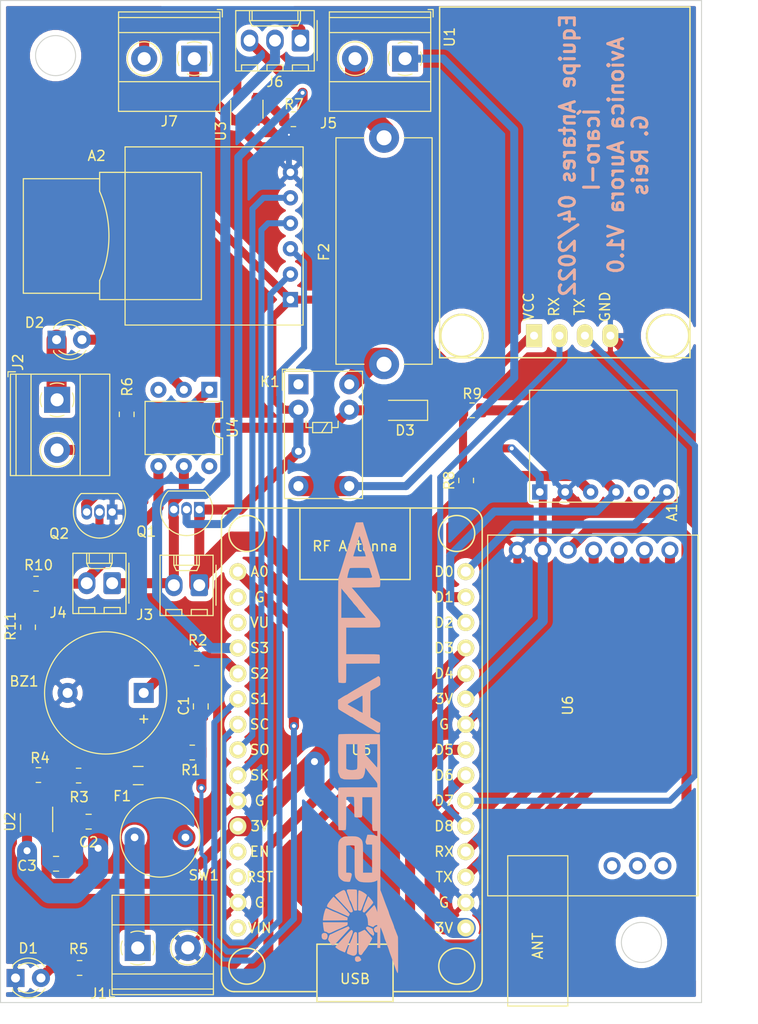
<source format=kicad_pcb>
(kicad_pcb (version 20171130) (host pcbnew 5.1.12-84ad8e8a86~92~ubuntu16.04.1)
  (layers (0 F.Cu signal) (31 B.Cu signal) (34 B.Paste user) (35 F.Paste user) (36 B.SilkS user) (37 F.SilkS user) (38 B.Mask user) (39 F.Mask user) (44 Edge.Cuts user))
  (net 0 "")
  (net 1 VCC)
  (net 2 GND)
  (net 3 /SCL_MASTER)
  (net 4 /SDA_MASTER)
  (net 5 "Net-(A1-Pad5)")
  (net 6 /SD0_BMP280)
  (net 7 /CS)
  (net 8 /MOSI)
  (net 9 /SCLK)
  (net 10 /MISO)
  (net 11 /Vbat)
  (net 12 "Net-(BZ1-Pad1)")
  (net 13 /ADC)
  (net 14 "Net-(C2-Pad1)")
  (net 15 "Net-(D1-Pad2)")
  (net 16 "Net-(D2-Pad2)")
  (net 17 /GND_ISO)
  (net 18 "Net-(D3-Pad2)")
  (net 19 "Net-(F2-Pad1)")
  (net 20 "Net-(F2-Pad2)")
  (net 21 /NiCr_ISO)
  (net 22 "Net-(J4-Pad2)")
  (net 23 /Redundancy_OUT)
  (net 24 /IGN)
  (net 25 /Main_IGN)
  (net 26 /Redundancy_IN)
  (net 27 "Net-(K1-Pad1)")
  (net 28 "Net-(Q1-Pad2)")
  (net 29 "Net-(Q2-Pad2)")
  (net 30 /Buzzer)
  (net 31 "Net-(R3-Pad1)")
  (net 32 /LedAcionamento)
  (net 33 "Net-(R6-Pad1)")
  (net 34 "Net-(R7-Pad2)")
  (net 35 /InputGPS)
  (net 36 /OutputGPS)
  (net 37 "Net-(U2-Pad3)")
  (net 38 "Net-(U4-Pad3)")
  (net 39 "Net-(U4-Pad6)")
  (net 40 "Net-(U5-Pad2)")
  (net 41 "Net-(U5-Pad3)")
  (net 42 "Net-(U5-Pad12)")
  (net 43 "Net-(U5-Pad13)")
  (net 44 "Net-(U5-Pad15)")
  (net 45 /InputLora)
  (net 46 /OutputLora)
  (net 47 /M1Lora)
  (net 48 /M0Lora)
  (net 49 /StatusLora)
  (net 50 "Net-(U6-Pad8)")
  (net 51 "Net-(U6-Pad9)")
  (net 52 "Net-(U6-Pad10)")
  (net 53 "Net-(J3-Pad2)")
  (net 54 "Net-(J5-Pad1)")
  (net 55 "Net-(J1-Pad1)")
  (module Fuse:Fuse_1206_3216Metric_Castellated (layer F.Cu) (at 213.75 127.35)
    (fp_text reference F1 (at -1.6 2.05) (layer F.SilkS))
    (fp_text value Polyfuse_Small)
    (pad 1 smd roundrect (at -1.425 0) (size 1.6 1.65) (layers F.Cu F.Paste F.Mask) (roundrect_rratio 0.15625) (net 14 "Net-(C2-Pad1)"))
    (pad 2 smd roundrect (at 1.425 0) (size 1.6 1.65) (layers F.Cu F.Paste F.Mask) (roundrect_rratio 0.15625) (net 11 /Vbat))
  )
  (module Resistor_SMD:R_0805_2012Metric (layer F.Cu) (at 203.55 108.2)
    (fp_text reference R10 (at 0.25 -1.85) (layer F.SilkS))
    (fp_text value 330)
    (pad 2 smd roundrect (at 0.9125 0) (size 1.025 1.4) (layers F.Cu F.Paste F.Mask) (roundrect_rratio 0.243902) (net 22 "Net-(J4-Pad2)"))
    (pad 1 smd roundrect (at -0.9125 0) (size 1.025 1.4) (layers F.Cu F.Paste F.Mask) (roundrect_rratio 0.243902) (net 29 "Net-(Q2-Pad2)"))
  )
  (module Logos:LogoIcaro (layer B.Cu) (at 235.85 124.55 270)
    (fp_text reference G*** hide)
    (fp_text value LOGO hide)
  )
  (module GPS:GY-NEO6MV2 (layer F.Cu) (at 243.85 85.65 270)
    (fp_text reference U1 (at -32 -1 90) (layer F.SilkS))
    (fp_text value GY-NEO6MV2)
    (fp_text user GND (at -5.08 -16.51 90) (layer F.SilkS))
    (fp_text user VCC (at -5.08 -8.89 90) (layer F.SilkS))
    (fp_text user RX (at -5.08 -11.43 90) (layer F.SilkS))
    (fp_text user TX (at -5.08 -13.97 90) (layer F.SilkS))
    (pad "" np_thru_hole circle (at -2.2 -2.2 270) (size 4.4 4.4) (drill 4) (layers *.Cu *.Mask F.SilkS))
    (pad 4 thru_hole oval (at -2.2 -17.05 270) (size 2.3 1.6) (drill 0.8) (layers *.Cu *.Mask F.SilkS) (net 2 GND))
    (pad "" np_thru_hole circle (at -2.2 -22.8 270) (size 4.4 4.4) (drill 4) (layers *.Cu *.Mask F.SilkS))
    (pad 3 thru_hole oval (at -2.2 -14.51 270) (size 2.3 1.6) (drill 0.8) (layers *.Cu *.Mask F.SilkS) (net 35 /InputGPS))
    (pad 2 thru_hole oval (at -2.2 -11.97 270) (size 2.3 1.6) (drill 0.8) (layers *.Cu *.Mask F.SilkS) (net 36 /OutputGPS))
    (pad 1 thru_hole rect (at -2.2 -9.43 270) (size 2.3 1.6) (drill 0.8) (layers *.Cu *.Mask F.SilkS) (net 1 VCC))
  )
  (module CharlesLabs:BMP280_Module (layer F.Cu) (at 253.85 99.05 90)
    (fp_text reference A1 (at -2.05 13.2 90) (layer F.SilkS))
    (fp_text value BMP280_Module)
    (pad 1 thru_hole rect (at 0 0 90) (size 1.524 1.524) (drill 0.762) (layers *.Cu *.Mask) (net 1 VCC))
    (pad 2 thru_hole circle (at 0 2.54 90) (size 1.524 1.524) (drill 0.762) (layers *.Cu *.Mask) (net 2 GND))
    (pad 3 thru_hole circle (at 0 5.08 90) (size 1.524 1.524) (drill 0.762) (layers *.Cu *.Mask) (net 3 /SCL_MASTER))
    (pad 4 thru_hole circle (at 0 7.62 90) (size 1.524 1.524) (drill 0.762) (layers *.Cu *.Mask) (net 4 /SDA_MASTER))
    (pad 5 thru_hole circle (at 0 10.16 90) (size 1.524 1.524) (drill 0.762) (layers *.Cu *.Mask) (net 5 "Net-(A1-Pad5)"))
    (pad 6 thru_hole circle (at 0 12.7 90) (size 1.524 1.524) (drill 0.762) (layers *.Cu *.Mask) (net 6 /SD0_BMP280))
  )
  (module CharlesLabs:SD_Card_Module (layer F.Cu) (at 228.95 79.85 180)
    (fp_text reference A2 (at 19.35 14.35) (layer F.SilkS))
    (fp_text value SD_Card_Module)
    (pad 1 thru_hole rect (at 0 0 180) (size 1.524 1.524) (drill 0.762) (layers *.Cu *.Mask) (net 1 VCC))
    (pad 2 thru_hole circle (at 0 2.54 180) (size 1.524 1.524) (drill 0.762) (layers *.Cu *.Mask) (net 7 /CS))
    (pad 3 thru_hole circle (at 0 5.08 180) (size 1.524 1.524) (drill 0.762) (layers *.Cu *.Mask) (net 8 /MOSI))
    (pad 4 thru_hole circle (at 0 7.62 180) (size 1.524 1.524) (drill 0.762) (layers *.Cu *.Mask) (net 9 /SCLK))
    (pad 5 thru_hole circle (at 0 10.16 180) (size 1.524 1.524) (drill 0.762) (layers *.Cu *.Mask) (net 10 /MISO))
    (pad 6 thru_hole circle (at 0 12.7 180) (size 1.524 1.524) (drill 0.762) (layers *.Cu *.Mask) (net 2 GND))
  )
  (module Buzzer_Beeper:Buzzer_12x9.5RM7.6 (layer F.Cu) (at 214.3 119.1 180)
    (fp_text reference BZ1 (at 11.95 1.15) (layer F.SilkS))
    (fp_text value Buzzer)
    (fp_text user + (at -0.01 -2.54) (layer F.SilkS))
    (pad 1 thru_hole rect (at 0 0 180) (size 2 2) (drill 1) (layers *.Cu *.Mask) (net 12 "Net-(BZ1-Pad1)"))
    (pad 2 thru_hole circle (at 7.6 0 180) (size 2 2) (drill 1) (layers *.Cu *.Mask) (net 2 GND))
  )
  (module Capacitor_SMD:C_0805_2012Metric (layer F.Cu) (at 220 120.45 90)
    (fp_text reference C1 (at 0.05 -1.7 90) (layer F.SilkS))
    (fp_text value 100n)
    (pad 1 smd roundrect (at -0.95 0 90) (size 1 1.45) (layers F.Cu F.Paste F.Mask) (net 13 /ADC))
    (pad 2 smd roundrect (at 0.95 0 90) (size 1 1.45) (layers F.Cu F.Paste F.Mask) (net 2 GND))
  )
  (module Capacitor_SMD:C_0805_2012Metric (layer F.Cu) (at 208.8 131.95 180)
    (fp_text reference C2 (at 0 -2.05) (layer F.SilkS))
    (fp_text value 10u)
    (pad 1 smd roundrect (at -0.95 0 180) (size 1 1.45) (layers F.Cu F.Paste F.Mask) (net 14 "Net-(C2-Pad1)"))
    (pad 2 smd roundrect (at 0.95 0 180) (size 1 1.45) (layers F.Cu F.Paste F.Mask) (net 2 GND))
  )
  (module Capacitor_SMD:C_0805_2012Metric (layer F.Cu) (at 205.55 136.15)
    (fp_text reference C3 (at -2.9 0.2) (layer F.SilkS))
    (fp_text value 10u)
    (pad 2 smd roundrect (at 0.95 0) (size 1 1.45) (layers F.Cu F.Paste F.Mask) (net 2 GND))
    (pad 1 smd roundrect (at -0.95 0) (size 1 1.45) (layers F.Cu F.Paste F.Mask) (net 1 VCC))
  )
  (module Diode_SMD:D_SOD-123 (layer F.Cu) (at 240.4 90.9 180)
    (fp_text reference D3 (at 0 -2) (layer F.SilkS))
    (fp_text value 1N4148)
    (pad 1 smd rect (at -1.65 0 180) (size 0.9 1.2) (layers F.Cu F.Paste F.Mask) (net 1 VCC))
    (pad 2 smd rect (at 1.65 0 180) (size 0.9 1.2) (layers F.Cu F.Paste F.Mask) (net 18 "Net-(D3-Pad2)"))
  )
  (module Fuse:Fuseholder_Cylinder-5x20mm_Stelvio-Kontek_PTF78_Horizontal_Open (layer F.Cu) (at 238.3 63.7 270)
    (fp_text reference F2 (at 11.4 6 90) (layer F.SilkS))
    (fp_text value Fuse)
    (pad 1 thru_hole circle (at 0 0 270) (size 3 3) (drill 1.5) (layers *.Cu *.Mask) (net 19 "Net-(F2-Pad1)"))
    (pad 2 thru_hole circle (at 22.6 0 270) (size 3 3) (drill 1.5) (layers *.Cu *.Mask) (net 20 "Net-(F2-Pad2)"))
  )
  (module TerminalBlock_Phoenix:TerminalBlock_Phoenix_MKDS-1,5-2_1x02_P5.00mm_Horizontal (layer F.Cu) (at 213.7 144.55)
    (fp_text reference J1 (at -3.9 4.55) (layer F.SilkS))
    (fp_text value Screw_Terminal_01x02)
    (pad 1 thru_hole rect (at 0 0) (size 2.6 2.6) (drill 1.3) (layers *.Cu *.Mask) (net 55 "Net-(J1-Pad1)"))
    (pad 2 thru_hole circle (at 5 0) (size 2.6 2.6) (drill 1.3) (layers *.Cu *.Mask) (net 2 GND))
  )
  (module TerminalBlock_Phoenix:TerminalBlock_Phoenix_MKDS-1,5-2_1x02_P5.00mm_Horizontal (layer F.Cu) (at 205.65 89.85 270)
    (fp_text reference J2 (at -3.75 3.9 90) (layer F.SilkS))
    (fp_text value Screw_Terminal_01x02)
    (pad 1 thru_hole rect (at 0 0 270) (size 2.6 2.6) (drill 1.3) (layers *.Cu *.Mask) (net 17 /GND_ISO))
    (pad 2 thru_hole circle (at 5 0 270) (size 2.6 2.6) (drill 1.3) (layers *.Cu *.Mask) (net 21 /NiCr_ISO))
  )
  (module Connector_Molex:Molex_KK-254_AE-6410-02A_1x02_P2.54mm_Vertical (layer F.Cu) (at 211.15 108.15 180)
    (fp_text reference J4 (at 5.4 -2.95) (layer F.SilkS))
    (fp_text value Header_1x2)
    (pad 1 thru_hole roundrect (at 0 0 180) (size 1.74 2.19) (drill 1.19) (layers *.Cu *.Mask) (roundrect_rratio 0.143678) (net 53 "Net-(J3-Pad2)"))
    (pad 2 thru_hole oval (at 2.54 0 180) (size 1.74 2.19) (drill 1.19) (layers *.Cu *.Mask) (net 22 "Net-(J4-Pad2)"))
  )
  (module Relay_THT:Relay_SPDT_Omron_G5V-1 (layer F.Cu) (at 229.75 88.3)
    (fp_text reference K1 (at -2.85 -0.25) (layer F.SilkS))
    (fp_text value HK4100F-DC3V-SHG)
    (pad 10 thru_hole circle (at 5.08 0) (size 2 2) (drill 1) (layers *.Cu *.Mask) (net 20 "Net-(F2-Pad2)"))
    (pad 9 thru_hole circle (at 5.08 2.54) (size 2 2) (drill 1) (layers *.Cu *.Mask) (net 18 "Net-(D3-Pad2)"))
    (pad 1 thru_hole rect (at 0 0) (size 2 2) (drill 1) (layers *.Cu *.Mask) (net 27 "Net-(K1-Pad1)"))
    (pad 2 thru_hole circle (at 0 2.54) (size 2 2) (drill 1) (layers *.Cu *.Mask) (net 1 VCC))
    (pad 6 thru_hole circle (at 5.08 10.16) (size 2 2) (drill 1) (layers *.Cu *.Mask) (net 54 "Net-(J5-Pad1)"))
    (pad 5 thru_hole circle (at 0 10.16) (size 2 2) (drill 1) (layers *.Cu *.Mask) (net 54 "Net-(J5-Pad1)"))
  )
  (module Package_TO_SOT_THT:TO-92_Inline (layer F.Cu) (at 219.85 100.8 180)
    (fp_text reference Q1 (at 5.3 -2.2) (layer F.SilkS))
    (fp_text value 2N3906)
    (pad 1 thru_hole rect (at 0 0 180) (size 1.05 1.5) (drill 0.75) (layers *.Cu *.Mask) (net 1 VCC))
    (pad 3 thru_hole oval (at 2.54 0 180) (size 1.05 1.5) (drill 0.75) (layers *.Cu *.Mask) (net 53 "Net-(J3-Pad2)"))
    (pad 2 thru_hole oval (at 1.27 0 180) (size 1.05 1.5) (drill 0.75) (layers *.Cu *.Mask) (net 28 "Net-(Q1-Pad2)"))
  )
  (module Package_TO_SOT_THT:TO-92_Inline (layer F.Cu) (at 211.15 101.05 180)
    (fp_text reference Q2 (at 5.3 -2.15) (layer F.SilkS))
    (fp_text value PN2222A)
    (pad 2 thru_hole oval (at 1.27 0 180) (size 1.05 1.5) (drill 0.75) (layers *.Cu *.Mask) (net 29 "Net-(Q2-Pad2)"))
    (pad 3 thru_hole oval (at 2.54 0 180) (size 1.05 1.5) (drill 0.75) (layers *.Cu *.Mask) (net 18 "Net-(D3-Pad2)"))
    (pad 1 thru_hole rect (at 0 0 180) (size 1.05 1.5) (drill 0.75) (layers *.Cu *.Mask) (net 2 GND))
  )
  (module Resistor_SMD:R_0805_2012Metric (layer F.Cu) (at 219.15 125.05 180)
    (fp_text reference R1 (at 0.15 -1.75) (layer F.SilkS))
    (fp_text value 1M)
    (pad 1 smd roundrect (at -0.9125 0 180) (size 1.025 1.4) (layers F.Cu F.Paste F.Mask) (roundrect_rratio 0.243902) (net 13 /ADC))
    (pad 2 smd roundrect (at 0.9125 0 180) (size 1.025 1.4) (layers F.Cu F.Paste F.Mask) (roundrect_rratio 0.243902) (net 11 /Vbat))
  )
  (module Resistor_SMD:R_0805_2012Metric (layer F.Cu) (at 219.6 115.65 180)
    (fp_text reference R2 (at -0.1 1.8) (layer F.SilkS))
    (fp_text value 100)
    (pad 1 smd roundrect (at -0.9125 0 180) (size 1.025 1.4) (layers F.Cu F.Paste F.Mask) (roundrect_rratio 0.243902) (net 30 /Buzzer))
    (pad 2 smd roundrect (at 0.9125 0 180) (size 1.025 1.4) (layers F.Cu F.Paste F.Mask) (roundrect_rratio 0.243902) (net 12 "Net-(BZ1-Pad1)"))
  )
  (module Resistor_SMD:R_0805_2012Metric (layer F.Cu) (at 207.8 127.35)
    (fp_text reference R3 (at 0.05 2.15) (layer F.SilkS))
    (fp_text value 0)
    (pad 1 smd roundrect (at -0.9125 0) (size 1.025 1.4) (layers F.Cu F.Paste F.Mask) (roundrect_rratio 0.243902) (net 31 "Net-(R3-Pad1)"))
    (pad 2 smd roundrect (at 0.9125 0) (size 1.025 1.4) (layers F.Cu F.Paste F.Mask) (roundrect_rratio 0.243902) (net 14 "Net-(C2-Pad1)"))
  )
  (module Resistor_SMD:R_0805_2012Metric (layer F.Cu) (at 203.7875 127.3 180)
    (fp_text reference R4 (at -0.1625 1.7) (layer F.SilkS))
    (fp_text value 1M)
    (pad 2 smd roundrect (at 0.9125 0 180) (size 1.025 1.4) (layers F.Cu F.Paste F.Mask) (roundrect_rratio 0.243902) (net 2 GND))
    (pad 1 smd roundrect (at -0.9125 0 180) (size 1.025 1.4) (layers F.Cu F.Paste F.Mask) (roundrect_rratio 0.243902) (net 31 "Net-(R3-Pad1)"))
  )
  (module Resistor_SMD:R_0805_2012Metric (layer F.Cu) (at 207.9 146.55 180)
    (fp_text reference R5 (at 0.1 1.9) (layer F.SilkS))
    (fp_text value 125)
    (pad 2 smd roundrect (at 0.9125 0 180) (size 1.025 1.4) (layers F.Cu F.Paste F.Mask) (roundrect_rratio 0.243902) (net 15 "Net-(D1-Pad2)"))
    (pad 1 smd roundrect (at -0.9125 0 180) (size 1.025 1.4) (layers F.Cu F.Paste F.Mask) (roundrect_rratio 0.243902) (net 32 /LedAcionamento))
  )
  (module Resistor_SMD:R_0805_2012Metric (layer F.Cu) (at 212.6 91.3 270)
    (fp_text reference R6 (at -2.75 -0.05 90) (layer F.SilkS))
    (fp_text value 75)
    (pad 1 smd roundrect (at -0.9125 0 270) (size 1.025 1.4) (layers F.Cu F.Paste F.Mask) (roundrect_rratio 0.243902) (net 33 "Net-(R6-Pad1)"))
    (pad 2 smd roundrect (at 0.9125 0 270) (size 1.025 1.4) (layers F.Cu F.Paste F.Mask) (roundrect_rratio 0.243902) (net 21 /NiCr_ISO))
  )
  (module Resistor_SMD:R_0805_2012Metric (layer F.Cu) (at 229.25 61.85 180)
    (fp_text reference R7 (at -0.05 1.5) (layer F.SilkS))
    (fp_text value 3.3K)
    (pad 1 smd roundrect (at -0.9125 0 180) (size 1.025 1.4) (layers F.Cu F.Paste F.Mask) (roundrect_rratio 0.243902) (net 28 "Net-(Q1-Pad2)"))
    (pad 2 smd roundrect (at 0.9125 0 180) (size 1.025 1.4) (layers F.Cu F.Paste F.Mask) (roundrect_rratio 0.243902) (net 34 "Net-(R7-Pad2)"))
  )
  (module Resistor_SMD:R_0805_2012Metric (layer F.Cu) (at 246.5 97.9 270)
    (fp_text reference R8 (at 0 1.7 90) (layer F.SilkS))
    (fp_text value 4.7K)
    (pad 2 smd roundrect (at 0.9125 0 270) (size 1.025 1.4) (layers F.Cu F.Paste F.Mask) (roundrect_rratio 0.243902) (net 3 /SCL_MASTER))
    (pad 1 smd roundrect (at -0.9125 0 270) (size 1.025 1.4) (layers F.Cu F.Paste F.Mask) (roundrect_rratio 0.243902) (net 1 VCC))
  )
  (module Resistor_SMD:R_0805_2012Metric (layer F.Cu) (at 247.1 90.9)
    (fp_text reference R9 (at 0 -1.65) (layer F.SilkS))
    (fp_text value 4.7K)
    (pad 1 smd roundrect (at -0.9125 0) (size 1.025 1.4) (layers F.Cu F.Paste F.Mask) (roundrect_rratio 0.243902) (net 1 VCC))
    (pad 2 smd roundrect (at 0.9125 0) (size 1.025 1.4) (layers F.Cu F.Paste F.Mask) (roundrect_rratio 0.243902) (net 4 /SDA_MASTER))
  )
  (module Resistor_SMD:R_0805_2012Metric (layer F.Cu) (at 202.75 112.55 270)
    (fp_text reference R11 (at -0.1 1.75 90) (layer F.SilkS))
    (fp_text value 10K)
    (pad 2 smd roundrect (at 0.9125 0 270) (size 1.025 1.4) (layers F.Cu F.Paste F.Mask) (roundrect_rratio 0.243902) (net 2 GND))
    (pad 1 smd roundrect (at -0.9125 0 270) (size 1.025 1.4) (layers F.Cu F.Paste F.Mask) (roundrect_rratio 0.243902) (net 29 "Net-(Q2-Pad2)"))
  )
  (module Package_TO_SOT_SMD:SOT-23-5 (layer F.Cu) (at 203.6 132.05 270)
    (fp_text reference U2 (at -0.1 2.65 90) (layer F.SilkS))
    (fp_text value ME6217C33M5G)
    (pad 1 smd rect (at -1.1 -0.95 270) (size 1.06 0.65) (layers F.Cu F.Paste F.Mask) (net 31 "Net-(R3-Pad1)"))
    (pad 2 smd rect (at -1.1 0 270) (size 1.06 0.65) (layers F.Cu F.Paste F.Mask) (net 2 GND))
    (pad 3 smd rect (at -1.1 0.95 270) (size 1.06 0.65) (layers F.Cu F.Paste F.Mask) (net 37 "Net-(U2-Pad3)"))
    (pad 4 smd rect (at 1.1 0.95 270) (size 1.06 0.65) (layers F.Cu F.Paste F.Mask) (net 14 "Net-(C2-Pad1)"))
    (pad 5 smd rect (at 1.1 -0.95 270) (size 1.06 0.65) (layers F.Cu F.Paste F.Mask) (net 1 VCC))
  )
  (module Package_TO_SOT_SMD:SOT-23-5 (layer F.Cu) (at 224.6 60.85 90)
    (fp_text reference U3 (at -2.2 -2.6 90) (layer F.SilkS))
    (fp_text value 74AHC1G02)
    (pad 5 smd rect (at 1.1 -0.95 90) (size 1.06 0.65) (layers F.Cu F.Paste F.Mask) (net 1 VCC))
    (pad 4 smd rect (at 1.1 0.95 90) (size 1.06 0.65) (layers F.Cu F.Paste F.Mask) (net 34 "Net-(R7-Pad2)"))
    (pad 3 smd rect (at -1.1 0.95 90) (size 1.06 0.65) (layers F.Cu F.Paste F.Mask) (net 2 GND))
    (pad 2 smd rect (at -1.1 0 90) (size 1.06 0.65) (layers F.Cu F.Paste F.Mask) (net 25 /Main_IGN))
    (pad 1 smd rect (at -1.1 -0.95 90) (size 1.06 0.65) (layers F.Cu F.Paste F.Mask) (net 26 /Redundancy_IN))
  )
  (module Package_DIP:DIP-6_W7.62mm (layer F.Cu) (at 220.85 88.85 270)
    (fp_text reference U4 (at 3.81 -2.33 90) (layer F.SilkS))
    (fp_text value 4N32M)
    (pad 1 thru_hole rect (at 0 0 270) (size 1.6 1.6) (drill 0.8) (layers *.Cu *.Mask) (net 33 "Net-(R6-Pad1)"))
    (pad 4 thru_hole oval (at 7.62 5.08 270) (size 1.6 1.6) (drill 0.8) (layers *.Cu *.Mask) (net 22 "Net-(J4-Pad2)"))
    (pad 2 thru_hole oval (at 0 2.54 270) (size 1.6 1.6) (drill 0.8) (layers *.Cu *.Mask) (net 16 "Net-(D2-Pad2)"))
    (pad 5 thru_hole oval (at 7.62 2.54 270) (size 1.6 1.6) (drill 0.8) (layers *.Cu *.Mask) (net 53 "Net-(J3-Pad2)"))
    (pad 3 thru_hole oval (at 0 5.08 270) (size 1.6 1.6) (drill 0.8) (layers *.Cu *.Mask) (net 38 "Net-(U4-Pad3)"))
    (pad 6 thru_hole oval (at 7.62 0 270) (size 1.6 1.6) (drill 0.8) (layers *.Cu *.Mask) (net 39 "Net-(U4-Pad6)"))
  )
  (module ESP8266:ESP12F-Devkit-V3 (layer F.Cu) (at 235.4 126.05)
    (fp_text reference U5 (at 0.635 -1.27) (layer F.SilkS))
    (fp_text value "NodeMCU1.0(ESP-12E)")
    (fp_text user USB (at 0 21.59) (layer F.SilkS))
    (fp_text user "RF Antenna" (at 0 -21.59) (layer F.SilkS))
    (fp_text user VIN (at -9.525 16.51) (layer F.SilkS))
    (fp_text user G (at -9.525 13.97) (layer F.SilkS))
    (fp_text user RST (at -9.525 11.43) (layer F.SilkS))
    (fp_text user EN (at -9.525 8.89) (layer F.SilkS))
    (fp_text user 3V (at -9.525 6.35) (layer F.SilkS))
    (fp_text user G (at -9.525 3.81) (layer F.SilkS))
    (fp_text user SK (at -9.525 1.27) (layer F.SilkS))
    (fp_text user SO (at -9.525 -1.27) (layer F.SilkS))
    (fp_text user SC (at -9.525 -3.81) (layer F.SilkS))
    (fp_text user S1 (at -9.525 -6.35) (layer F.SilkS))
    (fp_text user S2 (at -9.525 -8.89) (layer F.SilkS))
    (fp_text user S3 (at -9.525 -11.43) (layer F.SilkS))
    (fp_text user VU (at -9.525 -13.97) (layer F.SilkS))
    (fp_text user G (at -9.525 -16.51) (layer F.SilkS))
    (fp_text user A0 (at -9.525 -19.05) (layer F.SilkS))
    (fp_text user 3V (at 8.89 16.51) (layer F.SilkS))
    (fp_text user G (at 8.89 13.97) (layer F.SilkS))
    (fp_text user TX (at 8.89 11.43) (layer F.SilkS))
    (fp_text user RX (at 8.89 8.89) (layer F.SilkS))
    (fp_text user D8 (at 8.89 6.35) (layer F.SilkS))
    (fp_text user D7 (at 8.89 3.81) (layer F.SilkS))
    (fp_text user D6 (at 8.89 1.27) (layer F.SilkS))
    (fp_text user D5 (at 8.89 -1.27) (layer F.SilkS))
    (fp_text user G (at 8.89 -3.81) (layer F.SilkS))
    (fp_text user 3V (at 8.89 -6.35) (layer F.SilkS))
    (fp_text user D4 (at 8.89 -8.89) (layer F.SilkS))
    (fp_text user D3 (at 8.89 -11.43) (layer F.SilkS))
    (fp_text user D2 (at 8.89 -13.97) (layer F.SilkS))
    (fp_text user D1 (at 8.89 -16.51) (layer F.SilkS))
    (fp_text user D0 (at 8.89 -19.05) (layer F.SilkS))
    (pad 1 thru_hole circle (at -11.695 -19.05) (size 1.7 1.7) (drill 1) (layers *.Cu *.Mask F.SilkS) (net 13 /ADC))
    (pad 2 thru_hole circle (at -11.695 -16.51) (size 1.7 1.7) (drill 1) (layers *.Cu *.Mask F.SilkS) (net 40 "Net-(U5-Pad2)"))
    (pad 3 thru_hole circle (at -11.695 -13.97) (size 1.7 1.7) (drill 1) (layers *.Cu *.Mask F.SilkS) (net 41 "Net-(U5-Pad3)"))
    (pad 4 thru_hole circle (at -11.695 -11.43) (size 1.7 1.7) (drill 1) (layers *.Cu *.Mask F.SilkS) (net 24 /IGN))
    (pad 5 thru_hole circle (at -11.695 -8.89) (size 1.7 1.7) (drill 1) (layers *.Cu *.Mask F.SilkS) (net 30 /Buzzer))
    (pad 6 thru_hole circle (at -11.695 -6.35) (size 1.7 1.7) (drill 1) (layers *.Cu *.Mask F.SilkS) (net 8 /MOSI))
    (pad 7 thru_hole circle (at -11.695 -3.81) (size 1.7 1.7) (drill 1) (layers *.Cu *.Mask F.SilkS) (net 7 /CS))
    (pad 8 thru_hole circle (at -11.695 -1.27) (size 1.7 1.7) (drill 1) (layers *.Cu *.Mask F.SilkS) (net 10 /MISO))
    (pad 9 thru_hole circle (at -11.695 1.27) (size 1.7 1.7) (drill 1) (layers *.Cu *.Mask F.SilkS) (net 9 /SCLK))
    (pad 10 thru_hole circle (at -11.695 3.81) (size 1.7 1.7) (drill 1) (layers *.Cu *.Mask F.SilkS) (net 2 GND))
    (pad 11 thru_hole circle (at -11.695 6.35) (size 1.7 1.7) (drill 1) (layers *.Cu *.Mask F.SilkS) (net 1 VCC))
    (pad 12 thru_hole circle (at -11.695 8.89) (size 1.7 1.7) (drill 1) (layers *.Cu *.Mask F.SilkS) (net 42 "Net-(U5-Pad12)"))
    (pad 13 thru_hole circle (at -11.695 11.43) (size 1.7 1.7) (drill 1) (layers *.Cu *.Mask F.SilkS) (net 43 "Net-(U5-Pad13)"))
    (pad 14 thru_hole circle (at -11.695 13.97) (size 1.7 1.7) (drill 1) (layers *.Cu *.Mask F.SilkS) (net 2 GND))
    (pad 15 thru_hole circle (at -11.695 16.51) (size 1.7 1.7) (drill 1) (layers *.Cu *.Mask F.SilkS) (net 44 "Net-(U5-Pad15)"))
    (pad 16 thru_hole circle (at 11.06 16.51) (size 1.7 1.7) (drill 1) (layers *.Cu *.Mask F.SilkS) (net 1 VCC))
    (pad 17 thru_hole circle (at 11.06 13.97) (size 1.7 1.7) (drill 1) (layers *.Cu *.Mask F.SilkS) (net 2 GND))
    (pad 18 thru_hole circle (at 11.06 11.43) (size 1.7 1.7) (drill 1) (layers *.Cu *.Mask F.SilkS) (net 45 /InputLora))
    (pad 19 thru_hole circle (at 11.06 8.89) (size 1.7 1.7) (drill 1) (layers *.Cu *.Mask F.SilkS) (net 46 /OutputLora))
    (pad 20 thru_hole circle (at 11.06 6.35) (size 1.7 1.7) (drill 1) (layers *.Cu *.Mask F.SilkS) (net 36 /OutputGPS))
    (pad 21 thru_hole circle (at 11.06 3.81) (size 1.7 1.7) (drill 1) (layers *.Cu *.Mask F.SilkS) (net 35 /InputGPS))
    (pad 22 thru_hole circle (at 11.06 1.27) (size 1.7 1.7) (drill 1) (layers *.Cu *.Mask F.SilkS) (net 47 /M1Lora))
    (pad 23 thru_hole circle (at 11.06 -1.27) (size 1.7 1.7) (drill 1) (layers *.Cu *.Mask F.SilkS) (net 48 /M0Lora))
    (pad 24 thru_hole circle (at 11.06 -3.81) (size 1.7 1.7) (drill 1) (layers *.Cu *.Mask F.SilkS) (net 2 GND))
    (pad 25 thru_hole circle (at 11.06 -6.35) (size 1.7 1.7) (drill 1) (layers *.Cu *.Mask F.SilkS) (net 1 VCC))
    (pad 26 thru_hole circle (at 11.06 -8.89) (size 1.7 1.7) (drill 1) (layers *.Cu *.Mask F.SilkS) (net 49 /StatusLora))
    (pad 27 thru_hole circle (at 11.06 -11.43) (size 1.7 1.7) (drill 1) (layers *.Cu *.Mask F.SilkS) (net 32 /LedAcionamento))
    (pad 28 thru_hole circle (at 11.06 -13.97) (size 1.7 1.7) (drill 1) (layers *.Cu *.Mask F.SilkS) (net 4 /SDA_MASTER))
    (pad 29 thru_hole circle (at 11.06 -16.51) (size 1.7 1.7) (drill 1) (layers *.Cu *.Mask F.SilkS) (net 3 /SCL_MASTER))
    (pad 30 thru_hole circle (at 11.06 -19.05) (size 1.7 1.7) (drill 1) (layers *.Cu *.Mask F.SilkS) (net 6 /SD0_BMP280))
  )
  (module LoRA:E32-xxxT20D (layer F.Cu) (at 269.65 103.35 270)
    (fp_text reference U6 (at 17 13 90) (layer F.SilkS))
    (fp_text value E32-915T20D)
    (fp_text user ANT (at 41 16 90) (layer F.SilkS))
    (pad 1 thru_hole circle (at 1.5 2.8 270) (size 1.7 1.7) (drill 1) (layers *.Cu *.Mask) (net 48 /M0Lora))
    (pad 2 thru_hole circle (at 1.5 5.34 270) (size 1.7 1.7) (drill 1) (layers *.Cu *.Mask) (net 47 /M1Lora))
    (pad 3 thru_hole circle (at 1.5 7.88 270) (size 1.7 1.7) (drill 1) (layers *.Cu *.Mask) (net 45 /InputLora))
    (pad 4 thru_hole circle (at 1.5 10.42 270) (size 1.7 1.7) (drill 1) (layers *.Cu *.Mask) (net 46 /OutputLora))
    (pad 5 thru_hole circle (at 1.5 12.96 270) (size 1.7 1.7) (drill 1) (layers *.Cu *.Mask) (net 49 /StatusLora))
    (pad 6 thru_hole circle (at 1.5 15.5 270) (size 1.7 1.7) (drill 1) (layers *.Cu *.Mask) (net 1 VCC))
    (pad 7 thru_hole circle (at 1.5 18.04 270) (size 1.7 1.7) (drill 1) (layers *.Cu *.Mask) (net 2 GND))
    (pad 8 thru_hole circle (at 33 8.58 270) (size 1.7 1.7) (drill 1) (layers *.Cu *.Mask) (net 50 "Net-(U6-Pad8)"))
    (pad 9 thru_hole circle (at 33 6.04 270) (size 1.7 1.7) (drill 1) (layers *.Cu *.Mask) (net 51 "Net-(U6-Pad9)"))
    (pad 10 thru_hole circle (at 33 3.5 270) (size 1.7 1.7) (drill 1) (layers *.Cu *.Mask) (net 52 "Net-(U6-Pad10)"))
  )
  (module LED_THT:LED_D3.0mm (layer F.Cu) (at 201.5 147.55)
    (fp_text reference D1 (at 1.27 -2.96) (layer F.SilkS))
    (fp_text value Green)
    (pad 1 thru_hole rect (at 0 0) (size 1.8 1.8) (drill 0.9) (layers *.Cu *.Mask) (net 2 GND))
    (pad 2 thru_hole circle (at 2.54 0) (size 1.8 1.8) (drill 0.9) (layers *.Cu *.Mask) (net 15 "Net-(D1-Pad2)"))
  )
  (module LED_THT:LED_D3.0mm (layer F.Cu) (at 205.6 83.85)
    (fp_text reference D2 (at -2.2 -1.7) (layer F.SilkS))
    (fp_text value Red)
    (pad 2 thru_hole circle (at 2.54 0) (size 1.8 1.8) (drill 0.9) (layers *.Cu *.Mask) (net 16 "Net-(D2-Pad2)"))
    (pad 1 thru_hole rect (at 0 0) (size 1.8 1.8) (drill 0.9) (layers *.Cu *.Mask) (net 17 /GND_ISO))
  )
  (module Connector_Molex:Molex_KK-254_AE-6410-02A_1x02_P2.54mm_Vertical (layer F.Cu) (at 219.85 108.35 180)
    (fp_text reference J3 (at 5.45 -2.95) (layer F.SilkS))
    (fp_text value Header_1x2)
    (pad 1 thru_hole roundrect (at 0 0 180) (size 1.74 2.19) (drill 1.19) (layers *.Cu *.Mask) (roundrect_rratio 0.143678) (net 1 VCC))
    (pad 2 thru_hole oval (at 2.54 0 180) (size 1.74 2.19) (drill 1.19) (layers *.Cu *.Mask) (net 53 "Net-(J3-Pad2)"))
  )
  (module TerminalBlock_Phoenix:TerminalBlock_Phoenix_MKDS-1,5-2_1x02_P5.00mm_Horizontal (layer F.Cu) (at 240.4 55.8 180)
    (fp_text reference J5 (at 7.65 -6.45) (layer F.SilkS))
    (fp_text value Screw_Terminal_01x02)
    (pad 2 thru_hole circle (at 5 0 180) (size 2.6 2.6) (drill 1.3) (layers *.Cu *.Mask) (net 19 "Net-(F2-Pad1)"))
    (pad 1 thru_hole rect (at 0 0 180) (size 2.6 2.6) (drill 1.3) (layers *.Cu *.Mask) (net 54 "Net-(J5-Pad1)"))
  )
  (module Connector_Molex:Molex_KK-254_AE-6410-03A_1x03_P2.54mm_Vertical (layer F.Cu) (at 229.95 54 180)
    (fp_text reference J6 (at 2.54 -4.12) (layer F.SilkS))
    (fp_text value Conn_01x03_Male)
    (pad 1 thru_hole roundrect (at 0 0 180) (size 1.74 2.19) (drill 1.19) (layers *.Cu *.Mask) (roundrect_rratio 0.143678) (net 23 /Redundancy_OUT))
    (pad 2 thru_hole oval (at 2.54 0 180) (size 1.74 2.19) (drill 1.19) (layers *.Cu *.Mask) (net 24 /IGN))
    (pad 3 thru_hole oval (at 5.08 0 180) (size 1.74 2.19) (drill 1.19) (layers *.Cu *.Mask) (net 25 /Main_IGN))
  )
  (module TerminalBlock_Phoenix:TerminalBlock_Phoenix_MKDS-1,5-2_1x02_P5.00mm_Horizontal (layer F.Cu) (at 219.35 55.8 180)
    (fp_text reference J7 (at 2.5 -6.26) (layer F.SilkS))
    (fp_text value Screw_Terminal_01x02)
    (pad 1 thru_hole rect (at 0 0 180) (size 2.6 2.6) (drill 1.3) (layers *.Cu *.Mask) (net 26 /Redundancy_IN))
    (pad 2 thru_hole circle (at 5 0 180) (size 2.6 2.6) (drill 1.3) (layers *.Cu *.Mask) (net 23 /Redundancy_OUT))
  )
  (module Icaro:Screw_Switch (layer F.Cu) (at 215.85 139.05 180)
    (fp_text reference SW1 (at -4.45 1.75) (layer F.SilkS))
    (fp_text value SW_SPST)
    (pad 1 thru_hole circle (at -2.62 5.53 180) (size 1.524 1.524) (drill 0.762) (layers *.Cu *.Mask) (net 11 /Vbat))
    (pad 2 thru_hole circle (at 2.46 5.53 180) (size 1.524 1.524) (drill 0.762) (layers *.Cu *.Mask) (net 55 "Net-(J1-Pad1)"))
  )
  (gr_text "Equipe Antares 04/2022\nÍcaro-I \nAvionica Aurora V1.0\nG. Reis" (at 260.25 65.45 90) (layer B.SilkS) (effects (font (size 1.5 1.5) (thickness 0.3)) (justify mirror)))
  (gr_circle (center 205.5 55.5) (end 207.5 55.5) (layer Edge.Cuts) (width 0.1))
  (gr_circle (center 264 144) (end 266 144) (layer Edge.Cuts) (width 0.1))
  (gr_line (start 200 150) (end 200 50) (layer Edge.Cuts) (width 0.1))
  (gr_line (start 270 150) (end 200 150) (layer Edge.Cuts) (width 0.1))
  (gr_line (start 270 50) (end 270 150) (layer Edge.Cuts) (width 0.1))
  (gr_line (start 200 50) (end 270 50) (layer Edge.Cuts) (width 0.1))
  (segment (start 219.85 101.628847) (end 219.90501 101.573837) (width 1) (layer F.Cu) (net 1))
  (segment (start 219.90501 101.573837) (end 219.90501 100.8) (width 1) (layer F.Cu) (net 1))
  (segment (start 219.85 108.35) (end 219.85 101.628847) (width 1) (layer F.Cu) (net 1))
  (segment (start 254.15 99.35) (end 253.85 99.05) (width 0.8) (layer F.Cu) (net 1))
  (segment (start 254.15 104.85) (end 254.15 99.35) (width 0.8) (layer F.Cu) (net 1))
  (segment (start 246.1875 90.2) (end 253.4375 82.95) (width 0.8) (layer F.Cu) (net 1))
  (segment (start 246.1875 90.9) (end 246.1875 90.2) (width 0.8) (layer F.Cu) (net 1))
  (segment (start 246.1875 96.675) (end 246.5 96.9875) (width 0.8) (layer F.Cu) (net 1))
  (segment (start 246.1875 90.9) (end 246.1875 96.675) (width 0.8) (layer F.Cu) (net 1))
  (segment (start 242.05 90.9) (end 246.1875 90.9) (width 0.8) (layer F.Cu) (net 1))
  (segment (start 246.1875 90.9) (end 246.1875 87.7875) (width 0.8) (layer F.Cu) (net 1))
  (segment (start 238.25 79.85) (end 228.95 79.85) (width 0.8) (layer F.Cu) (net 1))
  (segment (start 246.1875 87.7875) (end 238.25 79.85) (width 0.8) (layer F.Cu) (net 1))
  (segment (start 228.95 79.85) (end 227.15 81.65) (width 0.8) (layer F.Cu) (net 1))
  (segment (start 227.15 89.654213) (end 228.335787 90.84) (width 0.8) (layer F.Cu) (net 1))
  (segment (start 228.335787 90.84) (end 229.75 90.84) (width 0.8) (layer F.Cu) (net 1))
  (segment (start 227.15 81.65) (end 227.15 89.654213) (width 0.8) (layer F.Cu) (net 1))
  (segment (start 223.65 59.75) (end 223.65 55.85) (width 0.8) (layer F.Cu) (net 1))
  (segment (start 223.65 55.85) (end 221.1 53.3) (width 0.8) (layer F.Cu) (net 1))
  (segment (start 221.1 53.3) (end 217.75 53.3) (width 0.8) (layer F.Cu) (net 1))
  (segment (start 217.75 53.3) (end 216.9 54.15) (width 0.8) (layer F.Cu) (net 1))
  (segment (start 216.9 67.8) (end 228.95 79.85) (width 0.8) (layer F.Cu) (net 1))
  (segment (start 216.9 54.15) (end 216.9 67.8) (width 0.8) (layer F.Cu) (net 1))
  (segment (start 253.85 99.05) (end 253.85 98.75) (width 1) (layer F.Cu) (net 1))
  (segment (start 246.46 119.602002) (end 246.46 119.7) (width 1) (layer B.Cu) (net 1))
  (segment (start 254.15 111.912002) (end 246.46 119.602002) (width 1) (layer B.Cu) (net 1))
  (segment (start 254.15 104.85) (end 254.15 111.912002) (width 1) (layer B.Cu) (net 1))
  (segment (start 253.85 99.05) (end 253.85 97.5) (width 0.8) (layer B.Cu) (net 1))
  (segment (start 253.85 97.5) (end 251.05 94.7) (width 0.8) (layer B.Cu) (net 1))
  (segment (start 251.05 94.7) (end 251.05 94.7) (width 0.8) (layer B.Cu) (net 1))
  (via (at 251.05 94.7) (size 0.8) (drill 0.4) (layers F.Cu B.Cu) (net 1))
  (segment (start 248.7875 94.7) (end 251.05 94.7) (width 0.8) (layer F.Cu) (net 1))
  (segment (start 246.5 96.9875) (end 248.7875 94.7) (width 0.8) (layer F.Cu) (net 1))
  (segment (start 229.75 90.84) (end 229.75 95) (width 1) (layer B.Cu) (net 1))
  (segment (start 229.75 95) (end 229.75 95) (width 1) (layer B.Cu) (net 1))
  (via (at 229.75 95) (size 1.4) (drill 0.7) (layers F.Cu B.Cu) (net 1))
  (segment (start 223.95 100.8) (end 219.90501 100.8) (width 1) (layer F.Cu) (net 1))
  (segment (start 229.75 95) (end 223.95 100.8) (width 1) (layer F.Cu) (net 1))
  (segment (start 204.6 136.15) (end 204.6 137.75) (width 1) (layer F.Cu) (net 1))
  (segment (start 204.6 137.75) (end 205 138.15) (width 1) (layer F.Cu) (net 1))
  (segment (start 217.955 138.15) (end 223.705 132.4) (width 1) (layer F.Cu) (net 1))
  (segment (start 205 138.15) (end 217.955 138.15) (width 1) (layer F.Cu) (net 1))
  (segment (start 204.55 136.1) (end 204.6 136.15) (width 1) (layer F.Cu) (net 1))
  (segment (start 204.55 133.15) (end 204.55 136.1) (width 1) (layer F.Cu) (net 1))
  (segment (start 219.85 107.255) (end 223.105 104) (width 2) (layer F.Cu) (net 1))
  (segment (start 219.85 108.35) (end 219.85 107.255) (width 2) (layer F.Cu) (net 1))
  (segment (start 223.105 104) (end 226.45 104) (width 2) (layer F.Cu) (net 1))
  (segment (start 226.45 104) (end 233 110.55) (width 2) (layer F.Cu) (net 1))
  (segment (start 233 124.307081) (end 231.353541 125.953541) (width 2) (layer F.Cu) (net 1))
  (segment (start 224.907081 132.4) (end 223.705 132.4) (width 2) (layer F.Cu) (net 1))
  (segment (start 233 110.55) (end 233 124.307081) (width 2) (layer F.Cu) (net 1))
  (segment (start 231.353541 125.953541) (end 224.907081 132.4) (width 2) (layer F.Cu) (net 1))
  (via (at 231.353541 125.953541) (size 1.4) (drill 0.7) (layers F.Cu B.Cu) (net 1))
  (segment (start 245.257919 142.56) (end 246.46 142.56) (width 2) (layer B.Cu) (net 1))
  (segment (start 231.353541 128.655622) (end 245.257919 142.56) (width 2) (layer B.Cu) (net 1))
  (segment (start 231.353541 125.953541) (end 231.353541 128.655622) (width 2) (layer B.Cu) (net 1))
  (via (at 228.8 63.4) (size 0.4) (drill 0.2) (layers F.Cu B.Cu) (net 2))
  (segment (start 251.61 117.09) (end 246.46 122.24) (width 0.8) (layer F.Cu) (net 2))
  (segment (start 251.61 104.85) (end 251.61 117.09) (width 0.8) (layer F.Cu) (net 2))
  (segment (start 225.55 61.95) (end 226.25 61.95) (width 0.6) (layer F.Cu) (net 2))
  (segment (start 226.25 61.95) (end 227.7 63.4) (width 0.6) (layer F.Cu) (net 2))
  (segment (start 227.7 63.4) (end 228.8 63.4) (width 0.6) (layer F.Cu) (net 2))
  (segment (start 228.8 67) (end 228.95 67.15) (width 0.6) (layer B.Cu) (net 2))
  (segment (start 228.8 63.4) (end 228.8 67) (width 0.6) (layer B.Cu) (net 2))
  (segment (start 268.45 91) (end 260.9 83.45) (width 1) (layer F.Cu) (net 2))
  (segment (start 256.39 99.05) (end 257.952001 100.612001) (width 1) (layer F.Cu) (net 2))
  (segment (start 268.45 99.461762) (end 268.45 91) (width 1) (layer F.Cu) (net 2))
  (segment (start 257.952001 100.612001) (end 267.299761 100.612001) (width 1) (layer F.Cu) (net 2))
  (segment (start 267.299761 100.612001) (end 268.45 99.461762) (width 1) (layer F.Cu) (net 2))
  (segment (start 203.6 128.025) (end 202.875 127.3) (width 0.4) (layer F.Cu) (net 2))
  (segment (start 203.6 130.95) (end 203.6 128.025) (width 0.4) (layer F.Cu) (net 2))
  (segment (start 246.46 109.54) (end 244.49 109.54) (width 1) (layer F.Cu) (net 3))
  (segment (start 244.49 109.54) (end 243.5 108.55) (width 1) (layer F.Cu) (net 3))
  (segment (start 243.5 101.8125) (end 246.5 98.8125) (width 1) (layer F.Cu) (net 3))
  (segment (start 243.5 108.55) (end 243.5 101.8125) (width 1) (layer F.Cu) (net 3))
  (segment (start 246.5 98.8125) (end 247.4875 98.8125) (width 1) (layer F.Cu) (net 3))
  (segment (start 257.32999 97.44999) (end 258.93 99.05) (width 1) (layer F.Cu) (net 3))
  (segment (start 248.85001 97.44999) (end 257.32999 97.44999) (width 1) (layer F.Cu) (net 3))
  (segment (start 247.4875 98.8125) (end 248.85001 97.44999) (width 1) (layer F.Cu) (net 3))
  (segment (start 253.32 90.9) (end 248.0125 90.9) (width 1) (layer F.Cu) (net 4))
  (segment (start 261.47 99.05) (end 253.32 90.9) (width 1) (layer F.Cu) (net 4))
  (segment (start 261.47 99.05) (end 259.52 101) (width 0.8) (layer B.Cu) (net 4))
  (segment (start 259.52 101) (end 249.3 101) (width 0.8) (layer B.Cu) (net 4))
  (segment (start 244.909999 110.529999) (end 246.46 112.08) (width 0.8) (layer B.Cu) (net 4))
  (segment (start 244.909999 105.390001) (end 244.909999 110.529999) (width 0.8) (layer B.Cu) (net 4))
  (segment (start 249.3 101) (end 244.909999 105.390001) (width 0.8) (layer B.Cu) (net 4))
  (segment (start 266.55 99.05) (end 263.3 102.3) (width 0.8) (layer B.Cu) (net 6))
  (segment (start 251.16 102.3) (end 246.46 107) (width 0.8) (layer B.Cu) (net 6))
  (segment (start 263.3 102.3) (end 251.16 102.3) (width 0.8) (layer B.Cu) (net 6))
  (segment (start 228.95 77.31) (end 226.955021 79.304979) (width 0.6) (layer B.Cu) (net 7))
  (segment (start 222.254999 123.690001) (end 223.705 122.24) (width 0.6) (layer B.Cu) (net 7))
  (segment (start 222.254999 143.256001) (end 222.254999 123.690001) (width 0.6) (layer B.Cu) (net 7))
  (segment (start 223.008999 144.010001) (end 222.254999 143.256001) (width 0.6) (layer B.Cu) (net 7))
  (segment (start 224.401001 144.010001) (end 223.008999 144.010001) (width 0.6) (layer B.Cu) (net 7))
  (segment (start 226.955021 141.455981) (end 224.401001 144.010001) (width 0.6) (layer B.Cu) (net 7))
  (segment (start 226.955021 79.304979) (end 226.955021 141.455981) (width 0.6) (layer B.Cu) (net 7))
  (segment (start 230.312001 84.657997) (end 227.855031 87.114967) (width 0.6) (layer B.Cu) (net 8))
  (segment (start 230.312001 76.132001) (end 230.312001 84.657997) (width 0.6) (layer B.Cu) (net 8))
  (segment (start 227.855031 87.114967) (end 227.855031 141.828777) (width 0.6) (layer B.Cu) (net 8))
  (segment (start 228.95 74.77) (end 230.312001 76.132001) (width 0.6) (layer B.Cu) (net 8))
  (segment (start 221.354989 122.050011) (end 223.705 119.7) (width 0.6) (layer B.Cu) (net 8))
  (segment (start 221.354989 143.628797) (end 221.354989 122.050011) (width 0.6) (layer B.Cu) (net 8))
  (segment (start 222.636202 144.91001) (end 221.354989 143.628797) (width 0.6) (layer B.Cu) (net 8))
  (segment (start 224.773797 144.910011) (end 222.636202 144.91001) (width 0.6) (layer B.Cu) (net 8))
  (segment (start 227.855031 141.828777) (end 224.773797 144.910011) (width 0.6) (layer B.Cu) (net 8))
  (segment (start 228.95 72.23) (end 226.72 72.23) (width 0.6) (layer B.Cu) (net 9))
  (segment (start 226.055011 124.969989) (end 223.705 127.32) (width 0.6) (layer B.Cu) (net 9))
  (segment (start 226.055011 72.894989) (end 226.055011 124.969989) (width 0.6) (layer B.Cu) (net 9))
  (segment (start 226.72 72.23) (end 226.055011 72.894989) (width 0.6) (layer B.Cu) (net 9))
  (segment (start 226.26 69.69) (end 228.95 69.69) (width 0.6) (layer B.Cu) (net 10))
  (segment (start 225.155001 123.329999) (end 225.155001 70.794999) (width 0.6) (layer B.Cu) (net 10))
  (segment (start 225.155001 70.794999) (end 226.26 69.69) (width 0.6) (layer B.Cu) (net 10))
  (segment (start 223.705 124.78) (end 225.155001 123.329999) (width 0.6) (layer B.Cu) (net 10))
  (segment (start 215.9375 127.35) (end 218.2375 125.05) (width 2) (layer F.Cu) (net 11))
  (segment (start 215.175 127.35) (end 215.9375 127.35) (width 2) (layer F.Cu) (net 11))
  (segment (start 215.175 130.225) (end 218.47 133.52) (width 2) (layer F.Cu) (net 11))
  (segment (start 215.175 127.35) (end 215.175 130.225) (width 2) (layer F.Cu) (net 11))
  (segment (start 217.75 115.65) (end 214.3 119.1) (width 1) (layer F.Cu) (net 12))
  (segment (start 218.6875 115.65) (end 217.75 115.65) (width 1) (layer F.Cu) (net 12))
  (segment (start 213.7 144.55) (end 213.8 144.55) (width 2) (layer F.Cu) (net 55))
  (segment (start 223.705 107) (end 229.3 112.595) (width 1) (layer F.Cu) (net 13))
  (segment (start 229.3 112.595) (end 229.3 122.4) (width 1) (layer F.Cu) (net 13))
  (segment (start 229.3 122.4) (end 229.3 122.4) (width 1) (layer F.Cu) (net 13))
  (via (at 229.3 122.4) (size 0.8) (drill 0.4) (layers F.Cu B.Cu) (net 13))
  (segment (start 229.3 141.656614) (end 225.146592 145.81002) (width 0.6) (layer B.Cu) (net 13))
  (segment (start 229.3 122.4) (end 229.3 141.656614) (width 0.6) (layer B.Cu) (net 13))
  (segment (start 225.146592 145.81002) (end 223.05 145.81002) (width 0.6) (layer B.Cu) (net 13))
  (segment (start 220.0625 121.4625) (end 220.0625 125.05) (width 1) (layer F.Cu) (net 13))
  (segment (start 220 121.4) (end 220.0625 121.4625) (width 1) (layer F.Cu) (net 13))
  (segment (start 220.0625 125.05) (end 220.0625 128.5875) (width 1) (layer F.Cu) (net 13))
  (segment (start 220.0625 128.5875) (end 220.0625 128.6375) (width 1) (layer F.Cu) (net 13))
  (via (at 220.0625 128.5875) (size 0.8) (drill 0.4) (layers F.Cu B.Cu) (net 13))
  (segment (start 220.454979 135.545021) (end 220.0625 135.152542) (width 0.4) (layer B.Cu) (net 13))
  (segment (start 223.05 145.81002) (end 222.949998 145.710018) (width 0.4) (layer B.Cu) (net 13))
  (segment (start 222.304826 145.710018) (end 220.454979 143.860171) (width 0.4) (layer B.Cu) (net 13))
  (segment (start 222.949998 145.710018) (end 222.304826 145.710018) (width 0.4) (layer B.Cu) (net 13))
  (segment (start 220.0625 135.152542) (end 220.0625 128.5875) (width 0.4) (layer B.Cu) (net 13))
  (segment (start 220.454979 143.860171) (end 220.454979 135.545021) (width 0.4) (layer B.Cu) (net 13))
  (segment (start 208.7125 127.35) (end 212.325 127.35) (width 1) (layer F.Cu) (net 14))
  (segment (start 209.75 128.3875) (end 209.75 131.95) (width 1) (layer F.Cu) (net 14))
  (segment (start 208.7125 127.35) (end 209.75 128.3875) (width 1) (layer F.Cu) (net 14))
  (segment (start 209.75 131.95) (end 209.75 134.6) (width 2) (layer F.Cu) (net 14))
  (segment (start 202.65 133.15) (end 202.65 134.85) (width 1) (layer F.Cu) (net 14))
  (segment (start 209.75 134.6) (end 209.75 134.6) (width 2) (layer F.Cu) (net 14))
  (via (at 209.75 134.6) (size 1.4) (drill 0.7) (layers F.Cu B.Cu) (net 14))
  (segment (start 202.65 134.85) (end 202.65 134.85) (width 1) (layer F.Cu) (net 14))
  (via (at 202.65 134.85) (size 1.4) (drill 0.7) (layers F.Cu B.Cu) (net 14))
  (segment (start 209.75 134.6) (end 209.75 136.8) (width 2) (layer B.Cu) (net 14))
  (segment (start 209.75 136.8) (end 207.45 139.1) (width 2) (layer B.Cu) (net 14))
  (segment (start 207.45 139.1) (end 204.9 139.1) (width 2) (layer B.Cu) (net 14))
  (segment (start 202.65 136.85) (end 202.65 134.85) (width 2) (layer B.Cu) (net 14))
  (segment (start 204.9 139.1) (end 202.65 136.85) (width 2) (layer B.Cu) (net 14))
  (segment (start 205.04 146.55) (end 204.04 147.55) (width 1) (layer F.Cu) (net 15))
  (segment (start 206.9875 146.55) (end 205.04 146.55) (width 1) (layer F.Cu) (net 15))
  (segment (start 213.31 83.85) (end 218.31 88.85) (width 1) (layer F.Cu) (net 16))
  (segment (start 208.14 83.85) (end 213.31 83.85) (width 1) (layer F.Cu) (net 16))
  (segment (start 205.6 89.8) (end 205.65 89.85) (width 2) (layer F.Cu) (net 17))
  (segment (start 205.6 83.85) (end 205.6 89.8) (width 2) (layer F.Cu) (net 17))
  (segment (start 234.89 90.9) (end 234.83 90.84) (width 1) (layer F.Cu) (net 18))
  (segment (start 238.75 90.9) (end 234.89 90.9) (width 1) (layer F.Cu) (net 18))
  (segment (start 208.55499 100.276163) (end 208.55499 101.05) (width 1) (layer F.Cu) (net 18))
  (segment (start 216.191152 92.640001) (end 208.55499 100.276163) (width 1) (layer F.Cu) (net 18))
  (segment (start 233.029999 92.640001) (end 216.191152 92.640001) (width 1) (layer F.Cu) (net 18))
  (segment (start 234.83 90.84) (end 233.029999 92.640001) (width 1) (layer F.Cu) (net 18))
  (segment (start 235.4 60.05) (end 238.4 63.05) (width 2) (layer F.Cu) (net 19))
  (segment (start 235.4 55.8) (end 235.4 60.05) (width 2) (layer F.Cu) (net 19))
  (segment (start 237.48 85.65) (end 234.83 88.3) (width 2) (layer F.Cu) (net 20))
  (segment (start 238.4 85.65) (end 237.48 85.65) (width 2) (layer F.Cu) (net 20))
  (segment (start 212.6 92.2125) (end 212.4875 92.2125) (width 1) (layer F.Cu) (net 21))
  (segment (start 209.85 94.85) (end 205.65 94.85) (width 1) (layer F.Cu) (net 21))
  (segment (start 212.4875 92.2125) (end 209.85 94.85) (width 1) (layer F.Cu) (net 21))
  (segment (start 208.56 108.2) (end 208.61 108.15) (width 1) (layer F.Cu) (net 22))
  (segment (start 204.4625 108.2) (end 208.56 108.2) (width 1) (layer F.Cu) (net 22))
  (segment (start 208.61 107.740058) (end 208.61 108.15) (width 1) (layer F.Cu) (net 22))
  (segment (start 215.77 100.580058) (end 208.61 107.740058) (width 1) (layer F.Cu) (net 22))
  (segment (start 215.77 96.47) (end 215.77 100.580058) (width 1) (layer F.Cu) (net 22))
  (segment (start 214.35 53.961523) (end 217.161523 51.15) (width 1) (layer F.Cu) (net 23))
  (segment (start 214.35 55.8) (end 214.35 53.961523) (width 1) (layer F.Cu) (net 23))
  (segment (start 229.95 52.905) (end 229.95 54) (width 1) (layer F.Cu) (net 23))
  (segment (start 228.195 51.15) (end 229.95 52.905) (width 1) (layer F.Cu) (net 23))
  (segment (start 217.161523 51.15) (end 228.195 51.15) (width 1) (layer F.Cu) (net 23))
  (segment (start 220.99325 114.62) (end 223.705 114.62) (width 1) (layer B.Cu) (net 24))
  (segment (start 215.63999 100.371163) (end 215.63999 109.26674) (width 1) (layer B.Cu) (net 24))
  (segment (start 215.63999 109.26674) (end 220.99325 114.62) (width 1) (layer B.Cu) (net 24))
  (segment (start 216.761163 99.24999) (end 215.63999 100.371163) (width 1) (layer B.Cu) (net 24))
  (segment (start 220.438012 99.24999) (end 216.761163 99.24999) (width 1) (layer B.Cu) (net 24))
  (segment (start 222.450001 97.238001) (end 220.438012 99.24999) (width 1) (layer B.Cu) (net 24))
  (segment (start 227.41 56.095) (end 222.450001 61.054999) (width 1) (layer B.Cu) (net 24))
  (segment (start 222.450001 61.054999) (end 222.450001 97.238001) (width 1) (layer B.Cu) (net 24))
  (segment (start 227.41 54) (end 227.41 56.095) (width 1) (layer B.Cu) (net 24))
  (segment (start 224.87 54.04675) (end 228.07325 57.25) (width 1) (layer F.Cu) (net 25))
  (segment (start 224.87 54) (end 224.87 54.04675) (width 1) (layer F.Cu) (net 25))
  (segment (start 228.07325 57.25) (end 230.9 57.25) (width 1) (layer F.Cu) (net 25))
  (segment (start 230.9 57.25) (end 231.85 58.2) (width 1) (layer F.Cu) (net 25))
  (segment (start 231.85 58.2) (end 231.85 63.05) (width 1) (layer F.Cu) (net 25))
  (segment (start 231.85 63.05) (end 231.85 63.75) (width 1) (layer F.Cu) (net 25))
  (segment (start 231.85 63.75) (end 230.95 64.65) (width 1) (layer F.Cu) (net 25))
  (segment (start 230.95 64.65) (end 225.95 64.65) (width 1) (layer F.Cu) (net 25))
  (segment (start 225.95 64.65) (end 224.7 63.4) (width 1) (layer F.Cu) (net 25))
  (segment (start 224.6 62.935002) (end 224.6 61.95) (width 0.6) (layer F.Cu) (net 25))
  (segment (start 224.7 63.035002) (end 224.6 62.935002) (width 0.6) (layer F.Cu) (net 25))
  (segment (start 224.7 63.4) (end 224.7 63.035002) (width 0.6) (layer F.Cu) (net 25))
  (segment (start 223.2 61.95) (end 223.474999 61.95) (width 1) (layer F.Cu) (net 26))
  (segment (start 219.35 58.1) (end 223.2 61.95) (width 1) (layer F.Cu) (net 26))
  (segment (start 219.35 55.8) (end 219.35 58.1) (width 1) (layer F.Cu) (net 26))
  (segment (start 230.1625 61.85) (end 230.1625 59.2125) (width 1) (layer F.Cu) (net 28))
  (segment (start 230.1625 59.2125) (end 230.1625 59.2125) (width 1) (layer F.Cu) (net 28))
  (via (at 230.1625 59.2125) (size 0.8) (drill 0.4) (layers F.Cu B.Cu) (net 28))
  (segment (start 218.53501 100.84499) (end 218.58 100.8) (width 0.8) (layer B.Cu) (net 28))
  (segment (start 218.58 102.065002) (end 218.58 100.8) (width 0.8) (layer B.Cu) (net 28))
  (segment (start 218.764999 102.250001) (end 218.58 102.065002) (width 0.8) (layer B.Cu) (net 28))
  (segment (start 230.1625 59.2125) (end 223.75 65.625) (width 0.8) (layer B.Cu) (net 28))
  (segment (start 223.75 65.625) (end 223.75 100.75) (width 0.8) (layer B.Cu) (net 28))
  (segment (start 223.75 100.75) (end 222.249999 102.250001) (width 0.8) (layer B.Cu) (net 28))
  (segment (start 222.249999 102.250001) (end 218.764999 102.250001) (width 0.8) (layer B.Cu) (net 28))
  (segment (start 202.6375 111.525) (end 202.75 111.6375) (width 1) (layer F.Cu) (net 29))
  (segment (start 202.6375 108.2) (end 202.6375 111.525) (width 1) (layer F.Cu) (net 29))
  (segment (start 202.6375 107.5) (end 205.9875 104.15) (width 1) (layer F.Cu) (net 29))
  (segment (start 202.6375 108.2) (end 202.6375 107.5) (width 1) (layer F.Cu) (net 29))
  (segment (start 205.9875 104.15) (end 208.5 104.15) (width 1) (layer F.Cu) (net 29))
  (segment (start 209.88 102.77) (end 209.88 101.05) (width 0.8) (layer F.Cu) (net 29))
  (segment (start 208.5 104.15) (end 209.88 102.77) (width 0.8) (layer F.Cu) (net 29))
  (segment (start 222.195 115.65) (end 223.705 117.16) (width 1) (layer F.Cu) (net 30))
  (segment (start 220.5125 115.65) (end 222.195 115.65) (width 1) (layer F.Cu) (net 30))
  (segment (start 204.725001 129.779999) (end 204.725001 130.95) (width 0.8) (layer F.Cu) (net 31))
  (segment (start 204.7 127.3) (end 204.7 129.754998) (width 0.8) (layer F.Cu) (net 31))
  (segment (start 206.8375 127.3) (end 206.8875 127.35) (width 1) (layer F.Cu) (net 31))
  (segment (start 204.7 127.3) (end 206.8375 127.3) (width 1) (layer F.Cu) (net 31))
  (segment (start 210.1125 147.85) (end 208.8125 146.55) (width 1) (layer F.Cu) (net 32))
  (segment (start 246.46 114.62) (end 246.46 114.717998) (width 1) (layer F.Cu) (net 32))
  (segment (start 223.75 147.85) (end 210.1125 147.85) (width 1) (layer F.Cu) (net 32))
  (segment (start 246.46 114.717998) (end 226.75 134.427998) (width 1) (layer F.Cu) (net 32))
  (segment (start 226.75 134.427998) (end 226.75 144.85) (width 1) (layer F.Cu) (net 32))
  (segment (start 226.75 144.85) (end 223.75 147.85) (width 1) (layer F.Cu) (net 32))
  (segment (start 219.249999 90.450001) (end 220.85 88.85) (width 1) (layer F.Cu) (net 33))
  (segment (start 212.662501 90.450001) (end 219.249999 90.450001) (width 1) (layer F.Cu) (net 33))
  (segment (start 212.6 90.3875) (end 212.662501 90.450001) (width 1) (layer F.Cu) (net 33))
  (segment (start 225.55 59.75) (end 226.2375 59.75) (width 1) (layer F.Cu) (net 34))
  (segment (start 226.2375 59.75) (end 228.3375 61.85) (width 1) (layer F.Cu) (net 34))
  (segment (start 269.35 94.44) (end 258.36 83.45) (width 0.6) (layer B.Cu) (net 35))
  (segment (start 269.35 127.35) (end 269.35 94.44) (width 0.6) (layer B.Cu) (net 35))
  (segment (start 266.84 129.86) (end 269.35 127.35) (width 0.6) (layer B.Cu) (net 35))
  (segment (start 246.46 129.86) (end 266.84 129.86) (width 0.6) (layer B.Cu) (net 35))
  (segment (start 243.909989 129.849989) (end 246.46 132.4) (width 0.6) (layer B.Cu) (net 36))
  (segment (start 243.909989 97.610011) (end 243.909989 129.849989) (width 0.6) (layer B.Cu) (net 36))
  (segment (start 255.82 85.7) (end 255.82 83.45) (width 0.6) (layer B.Cu) (net 36))
  (segment (start 243.909989 97.610011) (end 255.82 85.7) (width 0.6) (layer B.Cu) (net 36))
  (segment (start 246.46 137.382002) (end 246.46 137.48) (width 1) (layer F.Cu) (net 45))
  (segment (start 261.77 122.072002) (end 246.46 137.382002) (width 1) (layer F.Cu) (net 45))
  (segment (start 261.77 104.85) (end 261.77 122.072002) (width 1) (layer F.Cu) (net 45))
  (segment (start 259.23 122.17) (end 246.46 134.94) (width 1) (layer F.Cu) (net 46))
  (segment (start 259.23 104.85) (end 259.23 122.17) (width 1) (layer F.Cu) (net 46))
  (segment (start 264.31 104.85) (end 264.31 121.370492) (width 1) (layer F.Cu) (net 47))
  (segment (start 264.31 121.370492) (end 249.1 136.580492) (width 1) (layer F.Cu) (net 47))
  (segment (start 249.1 136.580492) (end 249.1 143.45) (width 1) (layer F.Cu) (net 47))
  (segment (start 248.339999 144.210001) (end 243.689999 144.210001) (width 1) (layer F.Cu) (net 47))
  (segment (start 249.1 143.45) (end 248.339999 144.210001) (width 1) (layer F.Cu) (net 47))
  (segment (start 243.689999 144.210001) (end 242.85 143.370002) (width 1) (layer F.Cu) (net 47))
  (segment (start 242.85 130.93) (end 246.46 127.32) (width 1) (layer F.Cu) (net 47))
  (segment (start 242.85 143.370002) (end 242.85 130.93) (width 1) (layer F.Cu) (net 47))
  (segment (start 266.85 104.85) (end 266.85 120.668982) (width 1) (layer F.Cu) (net 48))
  (segment (start 266.85 120.668982) (end 250.85 136.668982) (width 1) (layer F.Cu) (net 48))
  (segment (start 250.85 136.668982) (end 250.85 144.45) (width 1) (layer F.Cu) (net 48))
  (segment (start 250.85 144.45) (end 249.25 146.05) (width 1) (layer F.Cu) (net 48))
  (segment (start 249.25 146.05) (end 242.25 146.05) (width 1) (layer F.Cu) (net 48))
  (segment (start 242.25 146.05) (end 240.9 144.7) (width 1) (layer F.Cu) (net 48))
  (segment (start 240.9 144.7) (end 240.9 128.45) (width 1) (layer F.Cu) (net 48))
  (segment (start 244.57 124.78) (end 246.46 124.78) (width 1) (layer F.Cu) (net 48))
  (segment (start 240.9 128.45) (end 244.57 124.78) (width 1) (layer F.Cu) (net 48))
  (segment (start 256.69 104.85) (end 258.89 102.65) (width 1) (layer F.Cu) (net 49))
  (segment (start 258.89 102.65) (end 267.65 102.65) (width 1) (layer F.Cu) (net 49))
  (segment (start 268.500001 103.500001) (end 268.500001 147.049999) (width 1) (layer F.Cu) (net 49))
  (segment (start 267.65 102.65) (end 268.500001 103.500001) (width 1) (layer F.Cu) (net 49))
  (segment (start 268.500001 147.049999) (end 267.75 147.8) (width 1) (layer F.Cu) (net 49))
  (segment (start 230.05 133.57) (end 246.46 117.16) (width 1) (layer F.Cu) (net 49))
  (segment (start 230.05 139.65) (end 230.05 133.57) (width 1) (layer F.Cu) (net 49))
  (segment (start 238.2 147.8) (end 230.05 139.65) (width 1) (layer F.Cu) (net 49))
  (segment (start 267.75 147.8) (end 238.2 147.8) (width 1) (layer F.Cu) (net 49))
  (segment (start 217.31 101.628847) (end 217.31 108.35) (width 1) (layer F.Cu) (net 53))
  (segment (start 218.31 96.47) (end 218.31 98.971153) (width 1) (layer F.Cu) (net 53))
  (segment (start 218.31 98.971153) (end 217.25499 100.026163) (width 1) (layer F.Cu) (net 53))
  (segment (start 217.25499 100.026163) (end 217.25499 101.573837) (width 1) (layer F.Cu) (net 53))
  (segment (start 217.25499 101.573837) (end 217.31 101.628847) (width 1) (layer F.Cu) (net 53))
  (segment (start 217.11 108.15) (end 217.31 108.35) (width 1) (layer F.Cu) (net 53))
  (segment (start 211.15 108.15) (end 217.11 108.15) (width 1) (layer F.Cu) (net 53))
  (segment (start 229.75 98.46) (end 234.83 98.46) (width 2) (layer F.Cu) (net 54))
  (segment (start 240.49 98.46) (end 234.83 98.46) (width 0.8) (layer B.Cu) (net 54))
  (segment (start 244.2 55.8) (end 251.3 62.9) (width 0.8) (layer B.Cu) (net 54))
  (segment (start 240.4 55.8) (end 244.2 55.8) (width 0.8) (layer B.Cu) (net 54))
  (segment (start 251.3 62.9) (end 251.3 87.65) (width 0.8) (layer B.Cu) (net 54))
  (segment (start 251.3 87.65) (end 240.49 98.46) (width 0.8) (layer B.Cu) (net 54))
  (segment (start 213.39 144.24) (end 213.7 144.55) (width 2) (layer F.Cu) (net 55))
  (segment (start 213.39 144.24) (end 213.7 144.55) (width 2) (layer B.Cu) (net 55))
  (segment (start 213.39 133.52) (end 213.39 144.24) (width 2) (layer B.Cu) (net 55))
  (zone (net 2) (net_name GND) (layer B.Cu) (connect_pads (clearance 0.508)) (min_thickness 0.254) (fill yes (arc_segments 32) (thermal_gap 0.508) (thermal_bridge_width 0.508))
    (polygon (pts (xy 269.95 149.95) (xy 200.05 149.95) (xy 200.05 50.05) (xy 269.95 50.05)))
  )
  (zone (net 2) (net_name GND) (layer F.Cu) (connect_pads (clearance 0.508)) (min_thickness 0.254) (fill yes (arc_segments 32) (thermal_gap 0.508) (thermal_bridge_width 0.508))
    (polygon (pts (xy 269.95 149.95) (xy 200.05 149.95) (xy 200.05 50.05) (xy 269.95 50.05)))
  )
)
</source>
